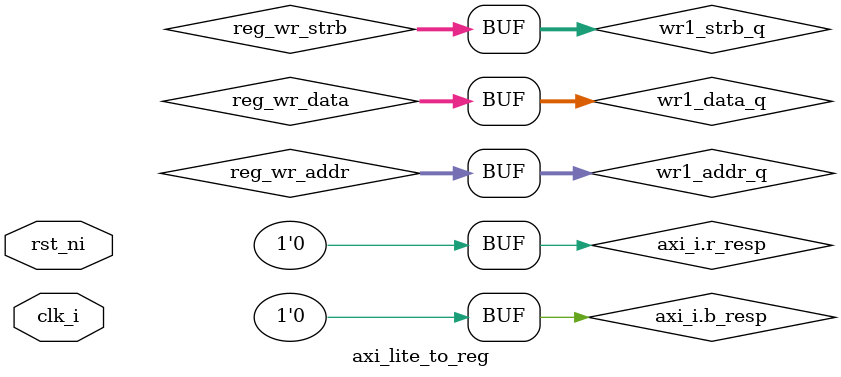
<source format=sv>

module axi_lite_to_reg #(
  /// The width of the address.
  parameter int ADDR_WIDTH = -1,
  /// The width of the data.
  parameter int DATA_WIDTH = -1,
  /// Whether the AXI-Lite W channel should be decoupled with a register. This
  /// can help break long paths at the expense of registers.
  parameter bit DECOUPLE_W = 1
)(
  input  logic clk_i  ,
  input  logic rst_ni ,
  AXI_LITE_CVA6.in  axi_i  ,
  REG_BUS.out  reg_o
);

  `ifndef SYNTHESIS
  initial begin
    assert(ADDR_WIDTH > 0);
    assert(DATA_WIDTH > 0);
  end
  `endif

  // Define some useful types.
  typedef logic [ADDR_WIDTH-1:0]   addr_t;
  typedef logic [DATA_WIDTH-1:0]   data_t;
  typedef logic [DATA_WIDTH/8-1:0] strb_t;

  // Signals to the register bus multiplexer.
  addr_t reg_wr_addr;
  data_t reg_wr_data;
  strb_t reg_wr_strb;
  logic  reg_wr_req;
  logic  reg_wr_error;
  logic  reg_wr_ack;

  addr_t reg_rd_addr;
  logic  reg_rd_req;
  data_t reg_rd_data;
  logic  reg_rd_error;
  logic  reg_rd_ack;

  // Write address register.
  addr_t wr0_addr_q;
  logic wr0_valid_q;
  logic wr0_ready;
  assign axi_i.aw_ready = wr0_ready;
  always_ff @(posedge clk_i or negedge rst_ni) begin
    if (!rst_ni) begin
      wr0_addr_q <= '0;
      wr0_valid_q <= '0;
    end else begin
      if (axi_i.aw_valid && wr0_ready)
        wr0_addr_q <= axi_i.aw_addr;
      if (wr0_ready)
        wr0_valid_q <= axi_i.aw_valid;
    end
  end

  // Write data register. Optional, as specified by DECOUPLE_W.
  addr_t wr1_addr_q;
  data_t wr1_data_q;
  strb_t wr1_strb_q;
  logic wr1_valid_q;
  logic wr1_ready;
  assign wr0_ready = !wr1_valid_q || wr1_ready;
  assign axi_i.w_ready = wr1_ready;
  if (DECOUPLE_W) begin : g_decouple_w
    always_ff @(posedge clk_i or negedge rst_ni) begin
      if (!rst_ni) begin
        wr1_addr_q <= '0;
        wr1_data_q <= '0;
        wr1_strb_q <= '0;
        wr1_valid_q <= '0;
      end else begin
        if (axi_i.w_valid && wr0_valid_q && wr1_ready) begin
          wr1_addr_q <= wr0_addr_q;
          wr1_data_q <= axi_i.w_data;
          wr1_strb_q <= axi_i.w_strb;
        end
        if (wr1_ready)
          wr1_valid_q <= axi_i.w_valid && wr0_valid_q;
      end
    end
  end else begin : g_passthru_w
    assign wr1_addr_q = wr0_addr_q;
    assign wr1_data_q = axi_i.w_data;
    assign wr1_strb_q = axi_i.w_strb;
    assign wr1_valid_q = axi_i.w_valid && wr0_valid_q;
  end

  // Write response register.
  logic wr2_error_q;
  logic wr2_valid_q;
  logic wr2_ready;
  always_ff @(posedge clk_i or negedge rst_ni) begin
    if (!rst_ni) begin
      wr2_error_q <= '0;
      wr2_valid_q <= '0;
    end else begin
      if (reg_wr_ack && wr2_ready)
        wr2_error_q <= reg_wr_error;
      if (wr2_ready)
        wr2_valid_q <= reg_wr_ack;
    end
  end

  // Write emission.
  assign reg_wr_addr = wr1_addr_q;
  assign reg_wr_data = wr1_data_q;
  assign reg_wr_strb = wr1_strb_q;
  assign reg_wr_req  = wr1_valid_q && wr2_ready;
  assign wr1_ready = reg_wr_ack || ~reg_wr_req;

  // Write response decoupling register.
  logic wr3_error_q, wr3_error_z;
  logic wr3_valid_q, wr3_valid_z;
  logic wr3_ready;
  assign wr2_ready = !wr3_valid_q;
  assign wr3_error_z = wr3_valid_q ? wr3_error_q : wr2_error_q;
  assign wr3_valid_z = wr3_valid_q || wr2_valid_q;
  always_ff @(posedge clk_i or negedge rst_ni) begin
    if (!rst_ni) begin
      wr3_error_q <= '0;
      wr3_valid_q <= '0;
    end else begin
      if (wr2_valid_q && !wr3_ready)
        wr3_error_q <= wr2_error_q;
      if (wr3_ready)
        wr3_valid_q <= wr2_valid_q && !wr3_ready;
    end
  end

  assign axi_i.b_valid = wr3_valid_z;
  assign axi_i.b_resp  = wr3_error_z << 1;
  assign wr3_ready = axi_i.b_ready;

  // Read address register.
  addr_t rd0_addr_q;
  logic rd0_valid_q;
  logic rd0_ready;
  assign axi_i.ar_ready = rd0_ready;
  always_ff @(posedge clk_i or negedge rst_ni) begin
    if (!rst_ni) begin
      rd0_addr_q <= '0;
      rd0_valid_q <= '0;
    end else begin
      if (axi_i.ar_valid && rd0_ready)
        rd0_addr_q <= axi_i.ar_addr;
      if (rd0_ready)
        rd0_valid_q <= axi_i.ar_valid;
    end
  end

  // Read response register.
  data_t rd1_data_q;
  logic  rd1_error_q;
  logic  rd1_valid_q;
  logic  rd1_ready;
  always_ff @(posedge clk_i or negedge rst_ni) begin
    if (!rst_ni) begin
      rd1_data_q <= '0;
      rd1_error_q <= '0;
      rd1_valid_q <= '0;
    end else begin
      if (reg_rd_ack && rd1_ready) begin
        rd1_data_q <= reg_rd_data;
        rd1_error_q <= reg_rd_error;
      end
      if (rd1_ready)
        rd1_valid_q <= reg_rd_ack;
    end
  end

  // Read emission.
  assign reg_rd_addr = rd0_addr_q;
  assign reg_rd_req  = rd0_valid_q && rd1_ready;
  assign rd0_ready = reg_rd_ack || ~reg_rd_req;

  // Read response decoupling register.
  data_t rd2_data_q, rd2_data_z;
  logic  rd2_error_q, rd2_error_z;
  logic  rd2_valid_q, rd2_valid_z;
  logic  rd2_ready;
  assign rd1_ready = !rd2_valid_q;
  assign rd2_data_z = rd2_valid_q ? rd2_data_q : rd1_data_q;
  assign rd2_error_z = rd2_valid_q ? rd2_error_q : rd1_error_q;
  assign rd2_valid_z = rd2_valid_q || rd1_valid_q;
  always_ff @(posedge clk_i or negedge rst_ni) begin
    if (!rst_ni) begin
      rd2_data_q <= '0;
      rd2_error_q <= '0;
      rd2_valid_q <= '0;
    end else begin
      if (rd1_valid_q && !rd2_ready) begin
        rd2_data_q <= rd1_data_q;
        rd2_error_q <= rd1_error_q;
      end
      if (rd1_valid_q || rd2_ready)
        rd2_valid_q <= rd1_valid_q && !rd2_ready;
    end
  end

  assign axi_i.r_valid = rd2_valid_z;
  assign axi_i.r_data  = rd2_data_z;
  assign axi_i.r_resp  = rd2_error_z << 1;
  assign rd2_ready = axi_i.r_ready;

  // Register bus multiplexer. Provides fair arbitration between write and read
  // accesses.
  logic reg_arb_q;
  logic reg_sel; // 1=write, 0=read

  assign reg_o.addr   = reg_sel ? reg_wr_addr : reg_rd_addr;
  assign reg_o.write  = reg_sel;
  assign reg_rd_data  = reg_sel ? '0 : reg_o.rdata;
  assign reg_o.wdata  = reg_sel ? reg_wr_data : '0;
  assign reg_o.wstrb  = reg_sel ? reg_wr_strb : '0;
  assign reg_wr_error = reg_sel ? reg_o.error : 0;
  assign reg_rd_error = reg_sel ? 0 : reg_o.error;
  assign reg_o.valid  = reg_sel ? reg_wr_req : reg_rd_req;
  assign reg_wr_ack   = reg_sel ? reg_o.ready && reg_wr_req : 0;
  assign reg_rd_ack   = reg_sel ? 0 : reg_o.ready && reg_rd_req;

  // Register bus arbitration. The scheme works as follows: The reg_arb_q
  // register is held at reg_sel as long as no transaction finishes on the
  // register bus. As soon as a transaction finishes, reg_arb_q is set to the
  // inverse of reg_sel. Thus reg_arb_q indicates who should have priority at
  // any given point in time. The reg_sel signal then performs the arbitration,
  // resorting to the reg_arb_q signal in case both requests are high. This
  // scheme ensures that reg_sel does not change while a valid request is
  // presented on the register bus.
  always_ff @(posedge clk_i or negedge rst_ni) begin
    if (!rst_ni)
      reg_arb_q <= '0;
    else
      reg_arb_q <= reg_o.valid && reg_o.ready ? ~reg_sel : reg_sel;
  end

  always_comb begin
    if (reg_wr_req && reg_rd_req)
      reg_sel = reg_arb_q;
    else if (reg_wr_req)
      reg_sel = 1;
    else if (reg_rd_req)
      reg_sel = 0;
    else
      reg_sel = 0;
  end

endmodule

</source>
